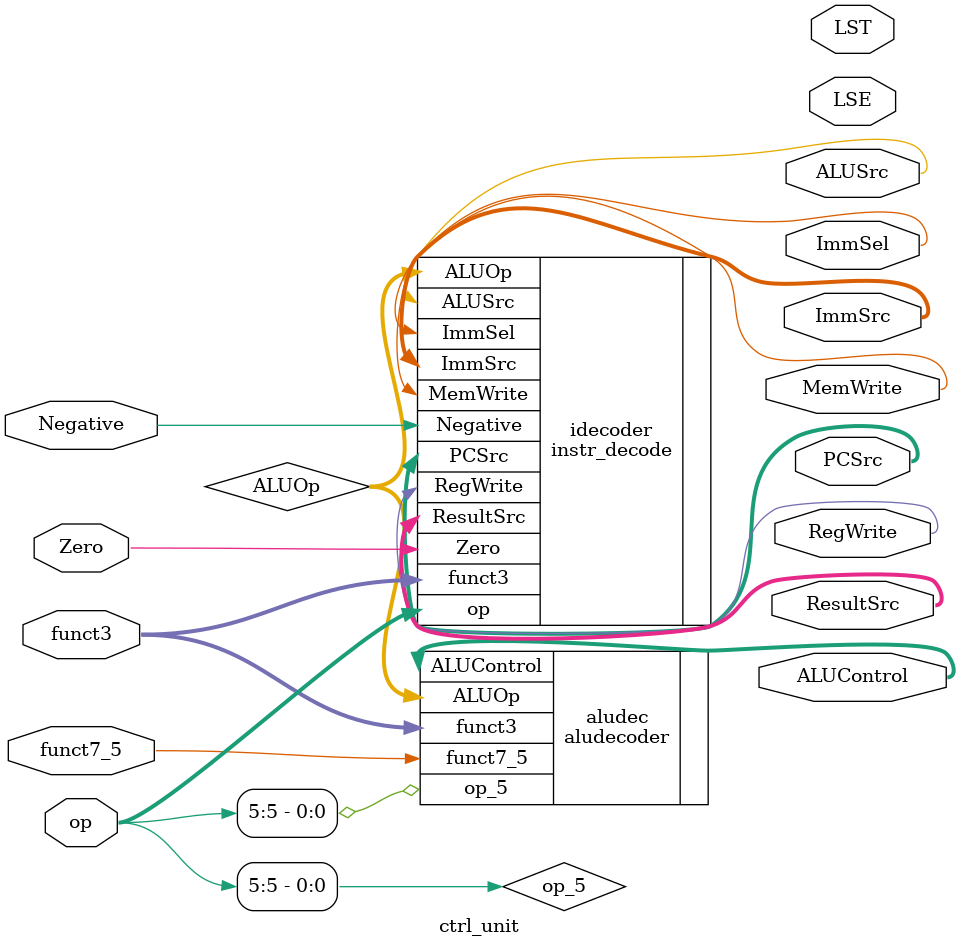
<source format=v>
`timescale 1ns / 1ps
module ctrl_unit (
    input wire [6:0] op,
    input wire [2:0] funct3,
    input wire funct7_5,
    input wire Zero,
    input wire Negative,
    output reg [1:0] ResultSrc,
    output reg MemWrite,
    output reg ALUSrc,
    output reg ImmSel,
    output reg [2:0] ImmSrc,
    output reg RegWrite,
    output reg [1:0] PCSrc,
    output reg LSE,
    output reg [2:0] LST,
    output reg [3:0] ALUControl

);

wire [1:0] ALUOp;
wire op_5;


assign op_5 = op[5];

instr_decode idecoder(
    .op(op),
    .funct3(funct3),
    .Zero(Zero),
    .Negative(Negative),
    .ResultSrc(ResultSrc),
    .MemWrite(MemWrite),
    .ALUSrc(ALUSrc),
    .ImmSrc(ImmSrc),
    .ImmSel(ImmSel),
    .RegWrite(RegWrite),
    .ALUOp(ALUOp),
    .PCSrc(PCSrc)

);

aludecoder aludec(
    .ALUOp(ALUOp),
    .funct3(funct3),
    .funct7_5(funct7_5),
    .op_5(op_5),
    .ALUControl(ALUControl)
);
    
endmodule
</source>
